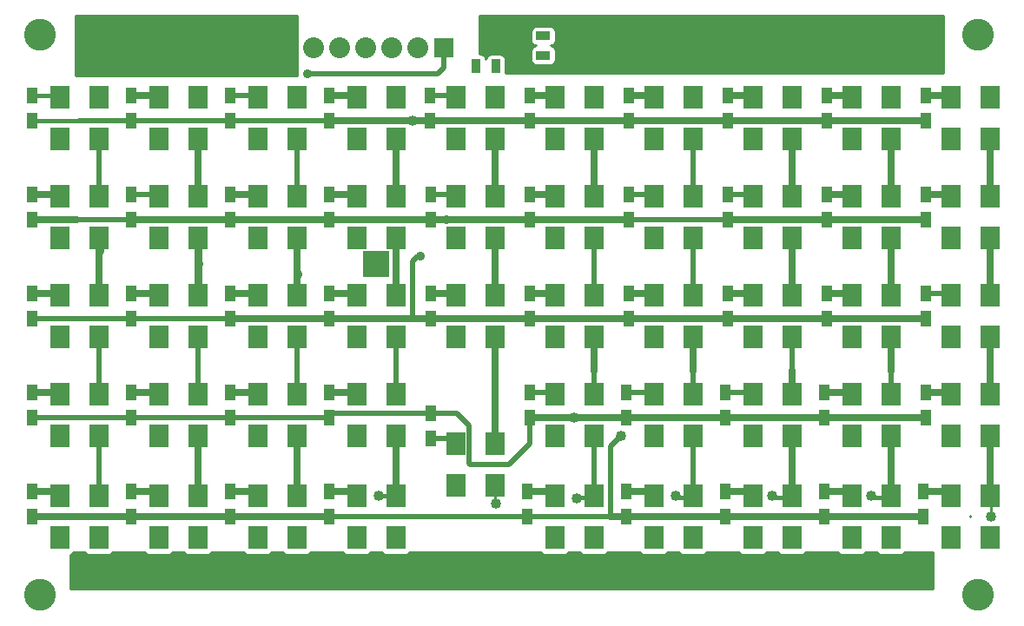
<source format=gbr>
G04 #@! TF.FileFunction,Copper,L1,Top,Signal*
%FSLAX46Y46*%
G04 Gerber Fmt 4.6, Leading zero omitted, Abs format (unit mm)*
G04 Created by KiCad (PCBNEW (2015-08-05 BZR 6055, Git fa29c62)-product) date 18/08/2015 14:45:33*
%MOMM*%
G01*
G04 APERTURE LIST*
%ADD10C,0.152400*%
%ADD11R,1.905000X2.286000*%
%ADD12R,2.499360X2.499360*%
%ADD13C,0.635000*%
%ADD14R,1.397000X0.889000*%
%ADD15R,0.889000X1.397000*%
%ADD16R,1.099820X1.501140*%
%ADD17C,3.101340*%
%ADD18R,1.905000X1.905000*%
%ADD19C,2.032000*%
%ADD20C,0.889000*%
%ADD21C,1.016000*%
%ADD22C,0.254000*%
%ADD23C,0.508000*%
%ADD24C,0.635000*%
%ADD25C,0.381000*%
%ADD26C,0.762000*%
%ADD27C,0.304800*%
G04 APERTURE END LIST*
D10*
D11*
X34925000Y-38100000D03*
X31115000Y-38100000D03*
X34925000Y-34036000D03*
X31115000Y-34036000D03*
X102489000Y-47752000D03*
X98679000Y-47752000D03*
X102489000Y-43688000D03*
X98679000Y-43688000D03*
X34925000Y-76962000D03*
X31115000Y-76962000D03*
X34925000Y-72898000D03*
X31115000Y-72898000D03*
X73533000Y-47752000D03*
X69723000Y-47752000D03*
X73533000Y-43688000D03*
X69723000Y-43688000D03*
X44577000Y-47752000D03*
X40767000Y-47752000D03*
X44577000Y-43688000D03*
X40767000Y-43688000D03*
X44577000Y-67056000D03*
X40767000Y-67056000D03*
X44577000Y-62992000D03*
X40767000Y-62992000D03*
X73533000Y-38100000D03*
X69723000Y-38100000D03*
X73533000Y-34036000D03*
X69723000Y-34036000D03*
X121793000Y-38100000D03*
X117983000Y-38100000D03*
X121793000Y-34036000D03*
X117983000Y-34036000D03*
X34925000Y-47752000D03*
X31115000Y-47752000D03*
X34925000Y-43688000D03*
X31115000Y-43688000D03*
X34925000Y-67056000D03*
X31115000Y-67056000D03*
X34925000Y-62992000D03*
X31115000Y-62992000D03*
X121793000Y-47752000D03*
X117983000Y-47752000D03*
X121793000Y-43688000D03*
X117983000Y-43688000D03*
X121793000Y-67056000D03*
X117983000Y-67056000D03*
X121793000Y-62992000D03*
X117983000Y-62992000D03*
X44577000Y-57404000D03*
X40767000Y-57404000D03*
X44577000Y-53340000D03*
X40767000Y-53340000D03*
X112141000Y-38100000D03*
X108331000Y-38100000D03*
X112141000Y-34036000D03*
X108331000Y-34036000D03*
X121793000Y-57404000D03*
X117983000Y-57404000D03*
X121793000Y-53340000D03*
X117983000Y-53340000D03*
X44577000Y-76962000D03*
X40767000Y-76962000D03*
X44577000Y-72898000D03*
X40767000Y-72898000D03*
X121793000Y-76962000D03*
X117983000Y-76962000D03*
X121793000Y-72898000D03*
X117983000Y-72898000D03*
X112141000Y-76962000D03*
X108331000Y-76962000D03*
X112141000Y-72898000D03*
X108331000Y-72898000D03*
X112141000Y-57404000D03*
X108331000Y-57404000D03*
X112141000Y-53340000D03*
X108331000Y-53340000D03*
X112141000Y-47752000D03*
X108331000Y-47752000D03*
X112141000Y-43688000D03*
X108331000Y-43688000D03*
X34925000Y-57404000D03*
X31115000Y-57404000D03*
X34925000Y-53340000D03*
X31115000Y-53340000D03*
X112141000Y-67056000D03*
X108331000Y-67056000D03*
X112141000Y-62992000D03*
X108331000Y-62992000D03*
X54229000Y-47752000D03*
X50419000Y-47752000D03*
X54229000Y-43688000D03*
X50419000Y-43688000D03*
X54229000Y-67056000D03*
X50419000Y-67056000D03*
X54229000Y-62992000D03*
X50419000Y-62992000D03*
X54229000Y-38100000D03*
X50419000Y-38100000D03*
X54229000Y-34036000D03*
X50419000Y-34036000D03*
X92837000Y-38100000D03*
X89027000Y-38100000D03*
X92837000Y-34036000D03*
X89027000Y-34036000D03*
X54229000Y-57404000D03*
X50419000Y-57404000D03*
X54229000Y-53340000D03*
X50419000Y-53340000D03*
X92837000Y-47752000D03*
X89027000Y-47752000D03*
X92837000Y-43688000D03*
X89027000Y-43688000D03*
X92837000Y-67056000D03*
X89027000Y-67056000D03*
X92837000Y-62992000D03*
X89027000Y-62992000D03*
X54229000Y-76962000D03*
X50419000Y-76962000D03*
X54229000Y-72898000D03*
X50419000Y-72898000D03*
X92837000Y-57404000D03*
X89027000Y-57404000D03*
X92837000Y-53340000D03*
X89027000Y-53340000D03*
X63881000Y-76962000D03*
X60071000Y-76962000D03*
X63881000Y-72898000D03*
X60071000Y-72898000D03*
X92837000Y-76962000D03*
X89027000Y-76962000D03*
X92837000Y-72898000D03*
X89027000Y-72898000D03*
X102489000Y-76962000D03*
X98679000Y-76962000D03*
X102489000Y-72898000D03*
X98679000Y-72898000D03*
X102489000Y-57404000D03*
X98679000Y-57404000D03*
X102489000Y-53340000D03*
X98679000Y-53340000D03*
X63881000Y-57404000D03*
X60071000Y-57404000D03*
X63881000Y-53340000D03*
X60071000Y-53340000D03*
X102489000Y-67056000D03*
X98679000Y-67056000D03*
X102489000Y-62992000D03*
X98679000Y-62992000D03*
X63881000Y-67056000D03*
X60071000Y-67056000D03*
X63881000Y-62992000D03*
X60071000Y-62992000D03*
X102489000Y-38100000D03*
X98679000Y-38100000D03*
X102489000Y-34036000D03*
X98679000Y-34036000D03*
X83185000Y-38100000D03*
X79375000Y-38100000D03*
X83185000Y-34036000D03*
X79375000Y-34036000D03*
X63881000Y-47752000D03*
X60071000Y-47752000D03*
X63881000Y-43688000D03*
X60071000Y-43688000D03*
X83185000Y-47752000D03*
X79375000Y-47752000D03*
X83185000Y-43688000D03*
X79375000Y-43688000D03*
X83185000Y-67056000D03*
X79375000Y-67056000D03*
X83185000Y-62992000D03*
X79375000Y-62992000D03*
X63881000Y-38100000D03*
X60071000Y-38100000D03*
X63881000Y-34036000D03*
X60071000Y-34036000D03*
X83185000Y-57404000D03*
X79375000Y-57404000D03*
X83185000Y-53340000D03*
X79375000Y-53340000D03*
X44577000Y-38100000D03*
X40767000Y-38100000D03*
X44577000Y-34036000D03*
X40767000Y-34036000D03*
X83185000Y-76962000D03*
X79375000Y-76962000D03*
X83185000Y-72898000D03*
X79375000Y-72898000D03*
X73533000Y-57404000D03*
X69723000Y-57404000D03*
X73533000Y-53340000D03*
X69723000Y-53340000D03*
X73533000Y-71882000D03*
X69723000Y-71882000D03*
X73533000Y-67818000D03*
X69723000Y-67818000D03*
D12*
X61976000Y-50292000D03*
D13*
X61976000Y-50292000D03*
X61214000Y-49530000D03*
X62738000Y-49530000D03*
X61214000Y-51054000D03*
X62738000Y-51054000D03*
D14*
X78232000Y-29908500D03*
X78232000Y-28003500D03*
D15*
X73596500Y-30988000D03*
X71691500Y-30988000D03*
D16*
X28448000Y-55554880D03*
X28448000Y-53157120D03*
X76962000Y-55554880D03*
X76962000Y-53157120D03*
X76962000Y-65206880D03*
X76962000Y-62809120D03*
X76962000Y-45902880D03*
X76962000Y-43505120D03*
X76962000Y-36250880D03*
X76962000Y-33853120D03*
X96266000Y-36250880D03*
X96266000Y-33853120D03*
X96266000Y-45902880D03*
X96266000Y-43505120D03*
X96012000Y-65206880D03*
X96012000Y-62809120D03*
X96266000Y-55554880D03*
X96266000Y-53157120D03*
X96012000Y-74858880D03*
X96012000Y-72461120D03*
X86360000Y-74858880D03*
X86360000Y-72461120D03*
X86614000Y-55554880D03*
X86614000Y-53157120D03*
X86360000Y-65206880D03*
X86360000Y-62809120D03*
X86614000Y-45902880D03*
X86614000Y-43505120D03*
X86614000Y-36250880D03*
X86614000Y-33853120D03*
X47752000Y-36250880D03*
X47752000Y-33853120D03*
X47752000Y-45902880D03*
X47752000Y-43505120D03*
X76708000Y-74858880D03*
X76708000Y-72461120D03*
X67310000Y-55554880D03*
X67310000Y-53157120D03*
X67310000Y-64841120D03*
X67310000Y-67238880D03*
X67310000Y-45902880D03*
X67310000Y-43505120D03*
X67183000Y-36250880D03*
X67183000Y-33853120D03*
X115570000Y-36250880D03*
X115570000Y-33853120D03*
X115570000Y-45902880D03*
X115570000Y-43505120D03*
X115570000Y-65206880D03*
X115570000Y-62809120D03*
X115570000Y-55554880D03*
X115570000Y-53157120D03*
X115316000Y-74858880D03*
X115316000Y-72461120D03*
X105664000Y-74858880D03*
X105664000Y-72461120D03*
X105918000Y-55554880D03*
X105918000Y-53157120D03*
X105664000Y-65206880D03*
X105664000Y-62809120D03*
X105918000Y-45902880D03*
X105918000Y-43505120D03*
X105918000Y-36250880D03*
X105918000Y-33853120D03*
X38100000Y-45902880D03*
X38100000Y-43505120D03*
X38100000Y-36250880D03*
X38100000Y-33853120D03*
X38100000Y-65206880D03*
X38100000Y-62809120D03*
X57404000Y-36250880D03*
X57404000Y-33853120D03*
X38100000Y-55554880D03*
X38100000Y-53157120D03*
X57404000Y-45902880D03*
X57404000Y-43505120D03*
X38100000Y-74858880D03*
X38100000Y-72461120D03*
X57404000Y-65206880D03*
X57404000Y-62809120D03*
X57404000Y-55554880D03*
X57404000Y-53157120D03*
X57404000Y-74858880D03*
X57404000Y-72461120D03*
X28448000Y-74858880D03*
X28448000Y-72461120D03*
X28448000Y-45902880D03*
X28448000Y-43505120D03*
X47752000Y-74858880D03*
X47752000Y-72461120D03*
X47752000Y-65206880D03*
X47752000Y-62809120D03*
X28448000Y-65206880D03*
X28448000Y-62809120D03*
X47752000Y-55554880D03*
X47752000Y-53157120D03*
X28448000Y-36250880D03*
X28448000Y-33853120D03*
D17*
X29210000Y-27940000D03*
X120650000Y-27940000D03*
X120650000Y-82550000D03*
X29210000Y-82550000D03*
D18*
X68580000Y-29210000D03*
D19*
X66040000Y-29210000D03*
X63500000Y-29210000D03*
X60960000Y-29210000D03*
X58420000Y-29210000D03*
X55880000Y-29210000D03*
D20*
X55245000Y-31750000D03*
X35052000Y-49022000D03*
X44704000Y-50292000D03*
X54356000Y-51308000D03*
D21*
X62230000Y-72898000D03*
X73660000Y-73660000D03*
X110236000Y-72898000D03*
X85852000Y-67056000D03*
X81280000Y-65278000D03*
D20*
X66294000Y-49530000D03*
X68834000Y-45974000D03*
D21*
X65532000Y-36322000D03*
D20*
X35814000Y-79756000D03*
D21*
X73660000Y-26924000D03*
X51054000Y-27432000D03*
X114808000Y-26924000D03*
X113030000Y-79756000D03*
X81534000Y-73152000D03*
X91186000Y-72898000D03*
X100584000Y-72898000D03*
X121920000Y-74930000D03*
D22*
X119816880Y-74858880D02*
X119888000Y-74787760D01*
D23*
X68580000Y-31115000D02*
X68580000Y-29210000D01*
X67945000Y-31750000D02*
X55245000Y-31750000D01*
X68580000Y-31115000D02*
X67945000Y-31750000D01*
X31069280Y-43794680D02*
X30779720Y-43505120D01*
D24*
X31069280Y-73004680D02*
X30525720Y-72461120D01*
D23*
X31069280Y-53446680D02*
X30779720Y-53157120D01*
D25*
X31069280Y-63098680D02*
X30779720Y-62809120D01*
D22*
X35052000Y-49022000D02*
X34970720Y-49022000D01*
D25*
X31069280Y-34142680D02*
X30779720Y-33853120D01*
D23*
X40721280Y-53446680D02*
X40431720Y-53157120D01*
D24*
X40721280Y-73004680D02*
X40177720Y-72461120D01*
D23*
X40721280Y-34142680D02*
X40431720Y-33853120D01*
X40721280Y-43794680D02*
X40431720Y-43505120D01*
X40721280Y-63098680D02*
X40431720Y-62809120D01*
D26*
X44704000Y-50292000D02*
X44622720Y-50292000D01*
D23*
X50373280Y-34142680D02*
X50083720Y-33853120D01*
X50373280Y-43794680D02*
X50083720Y-43505120D01*
X50373280Y-63098680D02*
X50083720Y-62809120D01*
X50373280Y-53446680D02*
X50083720Y-53157120D01*
D24*
X50373280Y-73004680D02*
X49829720Y-72461120D01*
D22*
X54102000Y-50546000D02*
X54274720Y-50546000D01*
D24*
X54274720Y-51308000D02*
X54274720Y-50546000D01*
D27*
X54356000Y-51308000D02*
X54274720Y-51308000D01*
D24*
X54274720Y-50546000D02*
X54274720Y-49022000D01*
X60025280Y-73004680D02*
X59481720Y-72461120D01*
D23*
X60025280Y-53446680D02*
X59735720Y-53157120D01*
X60025280Y-63098680D02*
X59735720Y-62809120D01*
X60025280Y-43794680D02*
X59735720Y-43505120D01*
X60025280Y-34142680D02*
X59735720Y-33853120D01*
X69677280Y-67924680D02*
X68991480Y-67238880D01*
X69677280Y-53446680D02*
X69387720Y-53157120D01*
X69677280Y-34142680D02*
X69387720Y-33853120D01*
X69677280Y-43794680D02*
X69387720Y-43505120D01*
D22*
X73660000Y-73660000D02*
X73578720Y-73578720D01*
D23*
X79329280Y-34142680D02*
X79039720Y-33853120D01*
X79329280Y-43794680D02*
X79039720Y-43505120D01*
D24*
X79329280Y-73004680D02*
X78785720Y-72461120D01*
D23*
X79329280Y-53446680D02*
X79039720Y-53157120D01*
X79329280Y-63098680D02*
X79039720Y-62809120D01*
X88981280Y-63098680D02*
X88691720Y-62809120D01*
X88981280Y-43794680D02*
X88691720Y-43505120D01*
X88981280Y-34142680D02*
X88691720Y-33853120D01*
D24*
X88981280Y-73004680D02*
X88437720Y-72461120D01*
D23*
X88981280Y-53446680D02*
X88691720Y-53157120D01*
X98633280Y-34142680D02*
X98343720Y-33853120D01*
X98633280Y-63098680D02*
X98343720Y-62809120D01*
X98633280Y-53446680D02*
X98343720Y-53157120D01*
D24*
X98633280Y-73004680D02*
X98089720Y-72461120D01*
D23*
X98633280Y-43794680D02*
X98343720Y-43505120D01*
X108285280Y-53446680D02*
X107995720Y-53157120D01*
X108285280Y-63098680D02*
X107995720Y-62809120D01*
X108285280Y-43794680D02*
X107995720Y-43505120D01*
X108285280Y-34142680D02*
X107995720Y-33853120D01*
D24*
X108285280Y-73004680D02*
X107741720Y-72461120D01*
D22*
X110236000Y-72898000D02*
X110342680Y-73004680D01*
D23*
X117937280Y-43794680D02*
X117647720Y-43505120D01*
X117937280Y-34142680D02*
X117647720Y-33853120D01*
D24*
X117937280Y-73004680D02*
X117393720Y-72461120D01*
D23*
X117937280Y-53446680D02*
X117647720Y-53157120D01*
X117937280Y-63098680D02*
X117647720Y-62809120D01*
X74930000Y-74930000D02*
X67818000Y-74930000D01*
X57475120Y-74930000D02*
X66802000Y-74930000D01*
D24*
X48006000Y-74858880D02*
X38354000Y-74858880D01*
D23*
X76636880Y-74930000D02*
X76708000Y-74858880D01*
X57404000Y-74858880D02*
X57475120Y-74930000D01*
X84836000Y-74858880D02*
X76708000Y-74858880D01*
D24*
X86360000Y-74858880D02*
X84836000Y-74858880D01*
X105664000Y-74858880D02*
X96012000Y-74858880D01*
X115316000Y-74858880D02*
X105664000Y-74858880D01*
X57658000Y-74858880D02*
X48006000Y-74858880D01*
X38354000Y-74858880D02*
X28448000Y-74858880D01*
X96012000Y-74858880D02*
X86360000Y-74858880D01*
D23*
X66802000Y-74930000D02*
X67818000Y-74930000D01*
X74930000Y-74930000D02*
X76636880Y-74930000D01*
X84836000Y-68072000D02*
X85852000Y-67056000D01*
X84836000Y-74858880D02*
X84836000Y-68072000D01*
X67310000Y-64841120D02*
X69778880Y-64841120D01*
X76962000Y-67818000D02*
X76962000Y-65206880D01*
X74930000Y-69850000D02*
X76962000Y-67818000D01*
X71120000Y-69850000D02*
X74930000Y-69850000D01*
X70977760Y-69707760D02*
X71120000Y-69850000D01*
X70977760Y-66040000D02*
X70977760Y-69707760D01*
X69778880Y-64841120D02*
X70977760Y-66040000D01*
D22*
X81280000Y-65278000D02*
X81280000Y-65206880D01*
D24*
X115570000Y-65206880D02*
X105664000Y-65206880D01*
D23*
X57769760Y-64841120D02*
X67310000Y-64841120D01*
D24*
X105664000Y-65206880D02*
X96012000Y-65206880D01*
D23*
X33020000Y-65206880D02*
X32512000Y-65206880D01*
D24*
X96012000Y-65206880D02*
X86360000Y-65206880D01*
D23*
X67310000Y-64841120D02*
X67381120Y-64770000D01*
X57404000Y-65206880D02*
X57769760Y-64841120D01*
X48006000Y-65206880D02*
X57658000Y-65206880D01*
X32512000Y-65206880D02*
X28448000Y-65206880D01*
D22*
X32512000Y-65278000D02*
X32512000Y-65206880D01*
D23*
X48006000Y-65206880D02*
X38354000Y-65206880D01*
D24*
X81280000Y-65206880D02*
X76962000Y-65206880D01*
X86360000Y-65206880D02*
X81280000Y-65206880D01*
D23*
X38354000Y-65206880D02*
X33020000Y-65206880D01*
X66040000Y-49530000D02*
X65532000Y-50038000D01*
X65532000Y-50038000D02*
X65532000Y-55554880D01*
X38354000Y-55554880D02*
X48006000Y-55554880D01*
D22*
X66294000Y-49530000D02*
X66040000Y-49530000D01*
D23*
X38354000Y-55554880D02*
X33020000Y-55554880D01*
D24*
X66040000Y-55554880D02*
X67310000Y-55554880D01*
X65532000Y-55554880D02*
X66040000Y-55554880D01*
X57658000Y-55554880D02*
X65532000Y-55554880D01*
D23*
X33020000Y-55554880D02*
X28448000Y-55554880D01*
D24*
X48006000Y-55554880D02*
X57658000Y-55554880D01*
X86614000Y-55554880D02*
X96266000Y-55554880D01*
X76962000Y-55554880D02*
X86614000Y-55554880D01*
X67310000Y-55554880D02*
X76962000Y-55554880D01*
X96266000Y-55554880D02*
X105918000Y-55554880D01*
X105918000Y-55554880D02*
X115570000Y-55554880D01*
X86614000Y-45902880D02*
X76962000Y-45902880D01*
D22*
X65024000Y-45974000D02*
X65024000Y-45902880D01*
D25*
X68834000Y-45974000D02*
X68834000Y-45902880D01*
D23*
X96266000Y-45902880D02*
X86614000Y-45902880D01*
X32766000Y-45902880D02*
X38354000Y-45902880D01*
D24*
X105918000Y-45902880D02*
X96266000Y-45902880D01*
X28448000Y-45902880D02*
X32766000Y-45902880D01*
X115570000Y-45902880D02*
X105918000Y-45902880D01*
X48006000Y-45902880D02*
X57658000Y-45902880D01*
X38354000Y-45902880D02*
X48006000Y-45902880D01*
X65024000Y-45902880D02*
X57658000Y-45902880D01*
X67310000Y-45902880D02*
X65024000Y-45902880D01*
X68834000Y-45902880D02*
X67310000Y-45902880D01*
X76962000Y-45902880D02*
X68834000Y-45902880D01*
X76835000Y-36250880D02*
X86487000Y-36250880D01*
D25*
X65532000Y-36322000D02*
X65532000Y-36250880D01*
D24*
X105791000Y-36250880D02*
X115443000Y-36250880D01*
X67183000Y-36250880D02*
X76835000Y-36250880D01*
D23*
X38227000Y-36250880D02*
X47879000Y-36250880D01*
X47879000Y-36250880D02*
X57531000Y-36250880D01*
D24*
X86487000Y-36250880D02*
X96139000Y-36250880D01*
X96139000Y-36250880D02*
X105791000Y-36250880D01*
X65532000Y-36250880D02*
X67183000Y-36250880D01*
X64770000Y-36250880D02*
X65532000Y-36250880D01*
X57531000Y-36250880D02*
X64770000Y-36250880D01*
D23*
X33020000Y-36250880D02*
X38227000Y-36250880D01*
D25*
X28448000Y-36250880D02*
X33020000Y-36250880D01*
D23*
X113030000Y-79756000D02*
X35814000Y-79756000D01*
D25*
X30779720Y-33853120D02*
X28575000Y-33853120D01*
D23*
X34970720Y-43794680D02*
X34970720Y-37993320D01*
D24*
X34970720Y-49022000D02*
X34970720Y-47645320D01*
X30779720Y-43505120D02*
X28448000Y-43505120D01*
X34970720Y-53446680D02*
X34970720Y-49022000D01*
D23*
X34970720Y-63098680D02*
X34970720Y-57297320D01*
D24*
X30779720Y-53157120D02*
X28448000Y-53157120D01*
D23*
X34970720Y-69850000D02*
X34970720Y-66949320D01*
D24*
X30779720Y-62809120D02*
X28448000Y-62809120D01*
D23*
X34970720Y-72750680D02*
X34970720Y-69850000D01*
D24*
X30525720Y-72461120D02*
X28448000Y-72461120D01*
X44622720Y-43794680D02*
X44622720Y-37993320D01*
X40431720Y-33853120D02*
X38227000Y-33853120D01*
D26*
X44622720Y-50292000D02*
X44622720Y-47645320D01*
D23*
X40431720Y-43505120D02*
X38354000Y-43505120D01*
D26*
X44622720Y-53446680D02*
X44622720Y-50292000D01*
D23*
X44622720Y-63098680D02*
X44622720Y-57297320D01*
D24*
X40431720Y-53157120D02*
X38354000Y-53157120D01*
X44622720Y-68580000D02*
X44622720Y-66949320D01*
X40431720Y-62809120D02*
X38354000Y-62809120D01*
X44622720Y-69088000D02*
X44622720Y-68580000D01*
D22*
X44704000Y-68580000D02*
X44622720Y-68580000D01*
D24*
X44622720Y-72750680D02*
X44622720Y-69088000D01*
X40177720Y-72461120D02*
X38100000Y-72461120D01*
D23*
X54274720Y-43794680D02*
X54274720Y-37993320D01*
X50083720Y-33853120D02*
X47879000Y-33853120D01*
D24*
X54274720Y-49022000D02*
X54274720Y-47645320D01*
X50083720Y-43505120D02*
X48006000Y-43505120D01*
X54274720Y-53446680D02*
X54274720Y-51308000D01*
D23*
X54274720Y-63098680D02*
X54274720Y-57297320D01*
D24*
X50083720Y-53157120D02*
X48006000Y-53157120D01*
X54274720Y-68326000D02*
X54274720Y-66949320D01*
X50083720Y-62809120D02*
X48006000Y-62809120D01*
D22*
X54356000Y-68326000D02*
X54274720Y-68326000D01*
D24*
X54274720Y-68580000D02*
X54274720Y-68326000D01*
X54274720Y-72750680D02*
X54274720Y-68580000D01*
X49829720Y-72461120D02*
X47752000Y-72461120D01*
X63926720Y-43794680D02*
X63926720Y-37993320D01*
X59735720Y-33853120D02*
X57531000Y-33853120D01*
X63926720Y-53446680D02*
X63926720Y-47645320D01*
X59735720Y-43505120D02*
X57658000Y-43505120D01*
D23*
X63926720Y-58928000D02*
X63926720Y-57297320D01*
D24*
X59735720Y-53157120D02*
X57658000Y-53157120D01*
D23*
X63926720Y-59690000D02*
X63926720Y-58928000D01*
X63926720Y-61468000D02*
X63926720Y-59690000D01*
X63926720Y-63098680D02*
X63926720Y-61468000D01*
D24*
X63926720Y-73004680D02*
X63926720Y-66949320D01*
X59735720Y-62809120D02*
X57658000Y-62809120D01*
D25*
X62230000Y-72898000D02*
X63820040Y-72898000D01*
D22*
X63926720Y-73004680D02*
X63820040Y-72898000D01*
D24*
X59481720Y-72461120D02*
X57404000Y-72461120D01*
X73578720Y-43794680D02*
X73578720Y-37993320D01*
D23*
X69387720Y-33853120D02*
X67183000Y-33853120D01*
D24*
X73578720Y-53446680D02*
X73578720Y-47645320D01*
D23*
X69387720Y-43505120D02*
X67310000Y-43505120D01*
D24*
X73578720Y-59436000D02*
X73578720Y-57297320D01*
X69387720Y-53157120D02*
X67310000Y-53157120D01*
X73578720Y-62992000D02*
X73578720Y-59436000D01*
X73578720Y-66040000D02*
X73578720Y-62992000D01*
X73578720Y-67924680D02*
X73578720Y-66040000D01*
D22*
X73578720Y-73578720D02*
X73578720Y-71775320D01*
D23*
X68991480Y-67238880D02*
X67310000Y-67238880D01*
D24*
X83230720Y-43794680D02*
X83230720Y-37993320D01*
X79039720Y-33853120D02*
X76835000Y-33853120D01*
D23*
X83230720Y-53446680D02*
X83230720Y-47645320D01*
D24*
X79039720Y-43505120D02*
X76962000Y-43505120D01*
X83230720Y-58674000D02*
X83230720Y-57297320D01*
X79039720Y-53157120D02*
X76962000Y-53157120D01*
X83230720Y-60706000D02*
X83230720Y-58674000D01*
D23*
X83230720Y-63098680D02*
X83230720Y-60706000D01*
X83230720Y-73004680D02*
X83230720Y-66949320D01*
X79039720Y-62809120D02*
X76962000Y-62809120D01*
D25*
X81681320Y-73004680D02*
X83230720Y-73004680D01*
X81534000Y-73152000D02*
X81681320Y-73004680D01*
D24*
X78785720Y-72461120D02*
X76708000Y-72461120D01*
D23*
X92882720Y-43794680D02*
X92882720Y-37993320D01*
D24*
X88691720Y-33853120D02*
X86487000Y-33853120D01*
D23*
X92882720Y-53446680D02*
X92882720Y-47645320D01*
X88691720Y-43505120D02*
X86614000Y-43505120D01*
D24*
X92882720Y-60706000D02*
X92882720Y-57297320D01*
X88691720Y-53157120D02*
X86614000Y-53157120D01*
D23*
X92882720Y-63098680D02*
X92882720Y-60706000D01*
X92882720Y-72750680D02*
X92882720Y-66949320D01*
X88691720Y-62809120D02*
X86360000Y-62809120D01*
D22*
X91186000Y-72898000D02*
X91292680Y-73004680D01*
D25*
X91292680Y-73004680D02*
X92882720Y-73004680D01*
D24*
X88437720Y-72461120D02*
X86360000Y-72461120D01*
X102534720Y-43794680D02*
X102534720Y-37993320D01*
X98343720Y-33853120D02*
X96139000Y-33853120D01*
X102534720Y-53446680D02*
X102534720Y-47645320D01*
D23*
X98343720Y-43505120D02*
X96266000Y-43505120D01*
X102534720Y-60706000D02*
X102534720Y-57297320D01*
D24*
X98343720Y-53157120D02*
X96266000Y-53157120D01*
X102534720Y-63098680D02*
X102534720Y-60706000D01*
X102534720Y-72750680D02*
X102534720Y-66949320D01*
D23*
X98343720Y-62809120D02*
X96012000Y-62809120D01*
D22*
X100584000Y-72898000D02*
X100690680Y-73004680D01*
D25*
X100690680Y-73004680D02*
X102534720Y-73004680D01*
D24*
X98089720Y-72461120D02*
X96012000Y-72461120D01*
X112186720Y-43794680D02*
X112186720Y-37993320D01*
X107995720Y-33853120D02*
X105791000Y-33853120D01*
X112186720Y-53446680D02*
X112186720Y-47645320D01*
X107995720Y-43505120D02*
X105918000Y-43505120D01*
D22*
X111399320Y-53446680D02*
X112186720Y-53446680D01*
D24*
X112186720Y-60706000D02*
X112186720Y-57297320D01*
X107995720Y-53157120D02*
X105918000Y-53157120D01*
D23*
X112186720Y-63098680D02*
X112186720Y-60706000D01*
D24*
X112186720Y-72750680D02*
X112186720Y-66949320D01*
X107995720Y-62809120D02*
X105664000Y-62809120D01*
D25*
X112186720Y-73004680D02*
X110342680Y-73004680D01*
D24*
X107741720Y-72461120D02*
X105664000Y-72461120D01*
X121838720Y-43794680D02*
X121838720Y-37993320D01*
X117647720Y-33853120D02*
X115443000Y-33853120D01*
X121838720Y-53446680D02*
X121838720Y-47645320D01*
X117647720Y-43505120D02*
X115570000Y-43505120D01*
X121838720Y-63098680D02*
X121838720Y-57297320D01*
D23*
X117647720Y-53157120D02*
X115570000Y-53157120D01*
D24*
X121838720Y-72750680D02*
X121838720Y-66949320D01*
X117647720Y-62809120D02*
X115570000Y-62809120D01*
D22*
X121920000Y-74930000D02*
X121920000Y-73085960D01*
X121920000Y-73085960D02*
X121838720Y-73004680D01*
D24*
X117393720Y-72461120D02*
X115316000Y-72461120D01*
D22*
G36*
X33601228Y-78466153D02*
X33770988Y-78582145D01*
X33972500Y-78622952D01*
X35877500Y-78622952D01*
X36065753Y-78587530D01*
X36238653Y-78476272D01*
X36318781Y-78359000D01*
X39374277Y-78359000D01*
X39443228Y-78466153D01*
X39612988Y-78582145D01*
X39814500Y-78622952D01*
X41719500Y-78622952D01*
X41907753Y-78587530D01*
X42080653Y-78476272D01*
X42160781Y-78359000D01*
X43184277Y-78359000D01*
X43253228Y-78466153D01*
X43422988Y-78582145D01*
X43624500Y-78622952D01*
X45529500Y-78622952D01*
X45717753Y-78587530D01*
X45890653Y-78476272D01*
X45970781Y-78359000D01*
X49026277Y-78359000D01*
X49095228Y-78466153D01*
X49264988Y-78582145D01*
X49466500Y-78622952D01*
X51371500Y-78622952D01*
X51559753Y-78587530D01*
X51732653Y-78476272D01*
X51812781Y-78359000D01*
X52836277Y-78359000D01*
X52905228Y-78466153D01*
X53074988Y-78582145D01*
X53276500Y-78622952D01*
X55181500Y-78622952D01*
X55369753Y-78587530D01*
X55542653Y-78476272D01*
X55622781Y-78359000D01*
X58678277Y-78359000D01*
X58747228Y-78466153D01*
X58916988Y-78582145D01*
X59118500Y-78622952D01*
X61023500Y-78622952D01*
X61211753Y-78587530D01*
X61384653Y-78476272D01*
X61464781Y-78359000D01*
X62488277Y-78359000D01*
X62557228Y-78466153D01*
X62726988Y-78582145D01*
X62928500Y-78622952D01*
X64833500Y-78622952D01*
X65021753Y-78587530D01*
X65194653Y-78476272D01*
X65274781Y-78359000D01*
X77982277Y-78359000D01*
X78051228Y-78466153D01*
X78220988Y-78582145D01*
X78422500Y-78622952D01*
X80327500Y-78622952D01*
X80515753Y-78587530D01*
X80688653Y-78476272D01*
X80768781Y-78359000D01*
X81792277Y-78359000D01*
X81861228Y-78466153D01*
X82030988Y-78582145D01*
X82232500Y-78622952D01*
X84137500Y-78622952D01*
X84325753Y-78587530D01*
X84498653Y-78476272D01*
X84578781Y-78359000D01*
X87634277Y-78359000D01*
X87703228Y-78466153D01*
X87872988Y-78582145D01*
X88074500Y-78622952D01*
X89979500Y-78622952D01*
X90167753Y-78587530D01*
X90340653Y-78476272D01*
X90420781Y-78359000D01*
X91444277Y-78359000D01*
X91513228Y-78466153D01*
X91682988Y-78582145D01*
X91884500Y-78622952D01*
X93789500Y-78622952D01*
X93977753Y-78587530D01*
X94150653Y-78476272D01*
X94230781Y-78359000D01*
X97286277Y-78359000D01*
X97355228Y-78466153D01*
X97524988Y-78582145D01*
X97726500Y-78622952D01*
X99631500Y-78622952D01*
X99819753Y-78587530D01*
X99992653Y-78476272D01*
X100072781Y-78359000D01*
X101096277Y-78359000D01*
X101165228Y-78466153D01*
X101334988Y-78582145D01*
X101536500Y-78622952D01*
X103441500Y-78622952D01*
X103629753Y-78587530D01*
X103802653Y-78476272D01*
X103882781Y-78359000D01*
X106938277Y-78359000D01*
X107007228Y-78466153D01*
X107176988Y-78582145D01*
X107378500Y-78622952D01*
X109283500Y-78622952D01*
X109471753Y-78587530D01*
X109644653Y-78476272D01*
X109724781Y-78359000D01*
X110748277Y-78359000D01*
X110817228Y-78466153D01*
X110986988Y-78582145D01*
X111188500Y-78622952D01*
X113093500Y-78622952D01*
X113281753Y-78587530D01*
X113454653Y-78476272D01*
X113534781Y-78359000D01*
X116205000Y-78359000D01*
X116205000Y-81915000D01*
X32131000Y-81915000D01*
X32131000Y-78611004D01*
X32255753Y-78587530D01*
X32428653Y-78476272D01*
X32508781Y-78359000D01*
X33532277Y-78359000D01*
X33601228Y-78466153D01*
X33601228Y-78466153D01*
G37*
X33601228Y-78466153D02*
X33770988Y-78582145D01*
X33972500Y-78622952D01*
X35877500Y-78622952D01*
X36065753Y-78587530D01*
X36238653Y-78476272D01*
X36318781Y-78359000D01*
X39374277Y-78359000D01*
X39443228Y-78466153D01*
X39612988Y-78582145D01*
X39814500Y-78622952D01*
X41719500Y-78622952D01*
X41907753Y-78587530D01*
X42080653Y-78476272D01*
X42160781Y-78359000D01*
X43184277Y-78359000D01*
X43253228Y-78466153D01*
X43422988Y-78582145D01*
X43624500Y-78622952D01*
X45529500Y-78622952D01*
X45717753Y-78587530D01*
X45890653Y-78476272D01*
X45970781Y-78359000D01*
X49026277Y-78359000D01*
X49095228Y-78466153D01*
X49264988Y-78582145D01*
X49466500Y-78622952D01*
X51371500Y-78622952D01*
X51559753Y-78587530D01*
X51732653Y-78476272D01*
X51812781Y-78359000D01*
X52836277Y-78359000D01*
X52905228Y-78466153D01*
X53074988Y-78582145D01*
X53276500Y-78622952D01*
X55181500Y-78622952D01*
X55369753Y-78587530D01*
X55542653Y-78476272D01*
X55622781Y-78359000D01*
X58678277Y-78359000D01*
X58747228Y-78466153D01*
X58916988Y-78582145D01*
X59118500Y-78622952D01*
X61023500Y-78622952D01*
X61211753Y-78587530D01*
X61384653Y-78476272D01*
X61464781Y-78359000D01*
X62488277Y-78359000D01*
X62557228Y-78466153D01*
X62726988Y-78582145D01*
X62928500Y-78622952D01*
X64833500Y-78622952D01*
X65021753Y-78587530D01*
X65194653Y-78476272D01*
X65274781Y-78359000D01*
X77982277Y-78359000D01*
X78051228Y-78466153D01*
X78220988Y-78582145D01*
X78422500Y-78622952D01*
X80327500Y-78622952D01*
X80515753Y-78587530D01*
X80688653Y-78476272D01*
X80768781Y-78359000D01*
X81792277Y-78359000D01*
X81861228Y-78466153D01*
X82030988Y-78582145D01*
X82232500Y-78622952D01*
X84137500Y-78622952D01*
X84325753Y-78587530D01*
X84498653Y-78476272D01*
X84578781Y-78359000D01*
X87634277Y-78359000D01*
X87703228Y-78466153D01*
X87872988Y-78582145D01*
X88074500Y-78622952D01*
X89979500Y-78622952D01*
X90167753Y-78587530D01*
X90340653Y-78476272D01*
X90420781Y-78359000D01*
X91444277Y-78359000D01*
X91513228Y-78466153D01*
X91682988Y-78582145D01*
X91884500Y-78622952D01*
X93789500Y-78622952D01*
X93977753Y-78587530D01*
X94150653Y-78476272D01*
X94230781Y-78359000D01*
X97286277Y-78359000D01*
X97355228Y-78466153D01*
X97524988Y-78582145D01*
X97726500Y-78622952D01*
X99631500Y-78622952D01*
X99819753Y-78587530D01*
X99992653Y-78476272D01*
X100072781Y-78359000D01*
X101096277Y-78359000D01*
X101165228Y-78466153D01*
X101334988Y-78582145D01*
X101536500Y-78622952D01*
X103441500Y-78622952D01*
X103629753Y-78587530D01*
X103802653Y-78476272D01*
X103882781Y-78359000D01*
X106938277Y-78359000D01*
X107007228Y-78466153D01*
X107176988Y-78582145D01*
X107378500Y-78622952D01*
X109283500Y-78622952D01*
X109471753Y-78587530D01*
X109644653Y-78476272D01*
X109724781Y-78359000D01*
X110748277Y-78359000D01*
X110817228Y-78466153D01*
X110986988Y-78582145D01*
X111188500Y-78622952D01*
X113093500Y-78622952D01*
X113281753Y-78587530D01*
X113454653Y-78476272D01*
X113534781Y-78359000D01*
X116205000Y-78359000D01*
X116205000Y-81915000D01*
X32131000Y-81915000D01*
X32131000Y-78611004D01*
X32255753Y-78587530D01*
X32428653Y-78476272D01*
X32508781Y-78359000D01*
X33532277Y-78359000D01*
X33601228Y-78466153D01*
G36*
X117221000Y-31623000D02*
X74558952Y-31623000D01*
X74558952Y-30289500D01*
X74523530Y-30101247D01*
X74412272Y-29928347D01*
X74242512Y-29812355D01*
X74041000Y-29771548D01*
X73152000Y-29771548D01*
X72963747Y-29806970D01*
X72790847Y-29918228D01*
X72674855Y-30087988D01*
X72644365Y-30238551D01*
X72618530Y-30101247D01*
X72507272Y-29928347D01*
X72337512Y-29812355D01*
X72136000Y-29771548D01*
X72009000Y-29771548D01*
X72009000Y-27559000D01*
X77015548Y-27559000D01*
X77015548Y-28448000D01*
X77050970Y-28636253D01*
X77162228Y-28809153D01*
X77331988Y-28925145D01*
X77482551Y-28955635D01*
X77345247Y-28981470D01*
X77172347Y-29092728D01*
X77056355Y-29262488D01*
X77015548Y-29464000D01*
X77015548Y-30353000D01*
X77050970Y-30541253D01*
X77162228Y-30714153D01*
X77331988Y-30830145D01*
X77533500Y-30870952D01*
X78930500Y-30870952D01*
X79118753Y-30835530D01*
X79291653Y-30724272D01*
X79407645Y-30554512D01*
X79448452Y-30353000D01*
X79448452Y-29464000D01*
X79413030Y-29275747D01*
X79301772Y-29102847D01*
X79132012Y-28986855D01*
X78981449Y-28956365D01*
X79118753Y-28930530D01*
X79291653Y-28819272D01*
X79407645Y-28649512D01*
X79448452Y-28448000D01*
X79448452Y-27559000D01*
X79413030Y-27370747D01*
X79301772Y-27197847D01*
X79132012Y-27081855D01*
X78930500Y-27041048D01*
X77533500Y-27041048D01*
X77345247Y-27076470D01*
X77172347Y-27187728D01*
X77056355Y-27357488D01*
X77015548Y-27559000D01*
X72009000Y-27559000D01*
X72009000Y-26035000D01*
X117221000Y-26035000D01*
X117221000Y-31623000D01*
X117221000Y-31623000D01*
G37*
X117221000Y-31623000D02*
X74558952Y-31623000D01*
X74558952Y-30289500D01*
X74523530Y-30101247D01*
X74412272Y-29928347D01*
X74242512Y-29812355D01*
X74041000Y-29771548D01*
X73152000Y-29771548D01*
X72963747Y-29806970D01*
X72790847Y-29918228D01*
X72674855Y-30087988D01*
X72644365Y-30238551D01*
X72618530Y-30101247D01*
X72507272Y-29928347D01*
X72337512Y-29812355D01*
X72136000Y-29771548D01*
X72009000Y-29771548D01*
X72009000Y-27559000D01*
X77015548Y-27559000D01*
X77015548Y-28448000D01*
X77050970Y-28636253D01*
X77162228Y-28809153D01*
X77331988Y-28925145D01*
X77482551Y-28955635D01*
X77345247Y-28981470D01*
X77172347Y-29092728D01*
X77056355Y-29262488D01*
X77015548Y-29464000D01*
X77015548Y-30353000D01*
X77050970Y-30541253D01*
X77162228Y-30714153D01*
X77331988Y-30830145D01*
X77533500Y-30870952D01*
X78930500Y-30870952D01*
X79118753Y-30835530D01*
X79291653Y-30724272D01*
X79407645Y-30554512D01*
X79448452Y-30353000D01*
X79448452Y-29464000D01*
X79413030Y-29275747D01*
X79301772Y-29102847D01*
X79132012Y-28986855D01*
X78981449Y-28956365D01*
X79118753Y-28930530D01*
X79291653Y-28819272D01*
X79407645Y-28649512D01*
X79448452Y-28448000D01*
X79448452Y-27559000D01*
X79413030Y-27370747D01*
X79301772Y-27197847D01*
X79132012Y-27081855D01*
X78930500Y-27041048D01*
X77533500Y-27041048D01*
X77345247Y-27076470D01*
X77172347Y-27187728D01*
X77056355Y-27357488D01*
X77015548Y-27559000D01*
X72009000Y-27559000D01*
X72009000Y-26035000D01*
X117221000Y-26035000D01*
X117221000Y-31623000D01*
G36*
X54229000Y-31877000D02*
X32639000Y-31877000D01*
X32639000Y-26035000D01*
X54229000Y-26035000D01*
X54229000Y-31877000D01*
X54229000Y-31877000D01*
G37*
X54229000Y-31877000D02*
X32639000Y-31877000D01*
X32639000Y-26035000D01*
X54229000Y-26035000D01*
X54229000Y-31877000D01*
M02*

</source>
